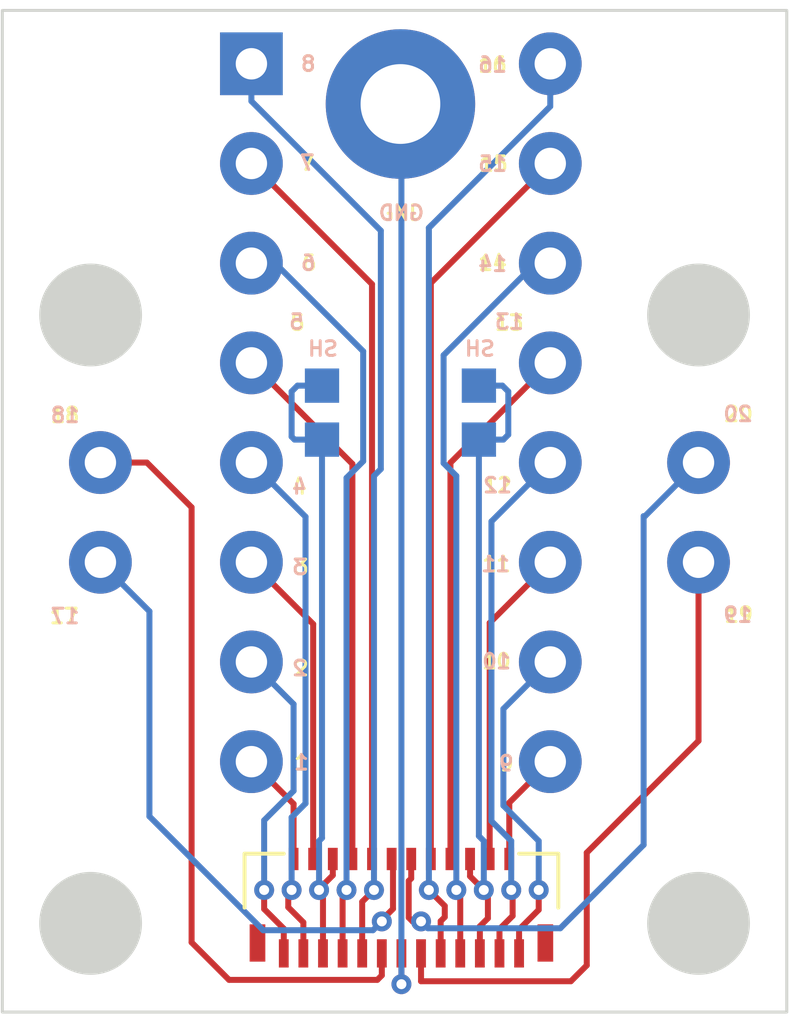
<source format=kicad_pcb>
(kicad_pcb (version 20211014) (generator pcbnew)
  (title_block (comment 1 "Board keepout approximately 18mil") (comment 2 "Board width approximately .4in") (comment 3 "Board length approximately 1.0047in"))
  (layers (0 "F.Cu" signal) (31 "B.Cu" signal) (34 "B.Paste" user) (35 "F.Paste" user) (36 "B.SilkS" user "B.Silkscreen") (37 "F.SilkS" user "F.Silkscreen") (38 "B.Mask" user) (39 "F.Mask" user) (44 "Edge.Cuts" user))
  (net 0 "")
  (net 1 "Net-(U1-Pad1)")
  (net 2 "Net-(U1-Pad2)")
  (net 3 "3")
  (net 4 "Net-(U1-Pad4)")
  (net 5 "5")
  (net 6 "Net-(U1-Pad6)")
  (net 7 "7")
  (net 8 "Net-(U1-Pad8)")
  (net 9 "Net-(U1-Pad9)")
  (net 10 "11")
  (net 11 "Net-(U1-Pad12)")
  (net 12 "13")
  (net 13 "Net-(U1-Pad14)")
  (net 14 "15")
  (net 15 "Net-(U1-Pad16)")
  (net 16 "Net-(U1-Pad17)")
  (net 17 "18")
  (net 18 "Net-(U1-Pad20)")
  (net 19 "21")
  (net 20 "23")
  (net 21 "GND")
  (net 22 "Net-(U1-Pad10)")
  (net 23 "19")
  (footprint "calorimeter_fp:custom DIP 20_version2" (layer "F.Cu") (at 147.8 108.2)
    (fp_text reference "U1" hide)
    (fp_text value "DIP20_custom")
    (fp_rect (start -10.25 -10.25969) (end 9.75 15.25969) (layer "Edge.Cuts") (width 0.0762) (fill none))
    (fp_circle (center -8 -2.5) (end -6.75 -2.5) (layer "Edge.Cuts") (width 0.12) (fill solid))
    (fp_circle (center 7.5 13) (end 8.75 13) (layer "Edge.Cuts") (width 0.12) (fill solid))
    (fp_circle (center -8 13) (end -6.75 13) (layer "Edge.Cuts") (width 0.12) (fill solid))
    (fp_circle (center 7.5 -2.5) (end 8.75 -2.5) (layer "Edge.Cuts") (width 0.12) (fill solid))
    (pad "1" thru_hole oval (at -3.9 8.88) (size 1.6 1.6) (drill 0.8) (layers *.Cu "F.Mask") (net 1 "Net-(U1-Pad1)"))
    (pad "2" thru_hole oval (at -3.9 6.34) (size 1.6 1.6) (drill 0.8) (layers *.Cu "F.Mask") (net 2 "Net-(U1-Pad2)"))
    (pad "3" thru_hole oval (at -3.9 3.8) (size 1.6 1.6) (drill 0.8) (layers *.Cu "F.Mask") (net 3 "3"))
    (pad "4" thru_hole oval (at -3.9 1.26) (size 1.6 1.6) (drill 0.8) (layers *.Cu "F.Mask") (net 4 "Net-(U1-Pad4)"))
    (pad "5" thru_hole oval (at -3.9 -1.28) (size 1.6 1.6) (drill 0.8) (layers *.Cu "F.Mask") (net 5 "5"))
    (pad "6" thru_hole oval (at -3.9 -3.82) (size 1.6 1.6) (drill 0.8) (layers *.Cu "F.Mask") (net 6 "Net-(U1-Pad6)"))
    (pad "7" thru_hole oval (at -3.9 -6.36) (size 1.6 1.6) (drill 0.8) (layers *.Cu "F.Mask") (net 7 "7"))
    (pad "8" thru_hole rect (at -3.9 -8.9) (size 1.6 1.6) (drill 0.8) (layers *.Cu "F.Mask") (net 8 "Net-(U1-Pad8)"))
    (pad "9" thru_hole oval (at 3.72 8.88) (size 1.6 1.6) (drill 0.8) (layers *.Cu "F.Mask") (net 9 "Net-(U1-Pad9)"))
    (pad "10" thru_hole oval (at 3.72 6.34) (size 1.6 1.6) (drill 0.8) (layers *.Cu "F.Mask") (net 22 "Net-(U1-Pad10)"))
    (pad "11" thru_hole oval (at 3.72 3.8) (size 1.6 1.6) (drill 0.8) (layers *.Cu "F.Mask") (net 10 "11"))
    (pad "12" thru_hole oval (at 3.72 1.26) (size 1.6 1.6) (drill 0.8) (layers *.Cu "F.Mask") (net 11 "Net-(U1-Pad12)"))
    (pad "13" thru_hole oval (at 3.72 -1.28) (size 1.6 1.6) (drill 0.8) (layers *.Cu "F.Mask") (net 12 "13"))
    (pad "14" thru_hole oval (at 3.72 -3.82) (size 1.6 1.6) (drill 0.8) (layers *.Cu "F.Mask") (net 13 "Net-(U1-Pad14)"))
    (pad "15" thru_hole oval (at 3.72 -6.36) (size 1.6 1.6) (drill 0.8) (layers *.Cu "F.Mask") (net 14 "15"))
    (pad "16" thru_hole oval (at 3.72 -8.9) (size 1.6 1.6) (drill 0.8) (layers *.Cu "F.Mask") (net 15 "Net-(U1-Pad16)"))
    (pad "17" thru_hole oval (at -7.75 3.8) (size 1.6 1.6) (drill 0.8) (layers *.Cu "F.Mask") (net 16 "Net-(U1-Pad17)"))
    (pad "18" thru_hole oval (at -7.75 1.26) (size 1.6 1.6) (drill 0.8) (layers *.Cu "F.Mask") (net 17 "18"))
    (pad "19" thru_hole oval (at 7.5 3.8) (size 1.6 1.6) (drill 0.8) (layers *.Cu "F.Mask") (net 23 "19"))
    (pad "20" thru_hole oval (at 7.5 1.26) (size 1.6 1.6) (drill 0.8) (layers *.Cu "F.Mask") (net 18 "Net-(U1-Pad20)"))
    (pad "21" smd rect (at -2.1 0.675) (size 0.87376 0.87376) (layers "B.Cu" "B.Paste" "B.Mask") (net 19 "21"))
    (pad "22" smd rect (at -2.1 -0.7) (size 0.87376 0.87376) (layers "B.Cu" "B.Paste" "B.Mask") (net 19 "21"))
    (pad "23" smd rect (at 1.9 0.675) (size 0.87376 0.87376) (layers "B.Cu" "B.Paste" "B.Mask") (net 20 "23"))
    (pad "24" smd rect (at 1.9 -0.7) (size 0.87376 0.87376) (layers "B.Cu" "B.Paste" "B.Mask") (net 20 "23"))
  )
  (footprint "calorimeter_fp:rb_rotator" (layer "F.Cu") (at 147.725 120.8)
    (fp_text reference "U2" hide)
    (fp_text value "rb_rotator" hide)
    (fp_line (start 4 -1.375) (end 3 -1.375) (layer "F.SilkS") (width 0.1))
    (fp_line (start -3 -1.375) (end -4 -1.375) (layer "F.SilkS") (width 0.1))
    (fp_line (start -4 -1.375) (end -4 0) (layer "F.SilkS") (width 0.1))
    (fp_line (start 4 0) (end 4 -1.375) (layer "F.SilkS") (width 0.1))
    (pad "1" smd rect (at -2.75 -1.24) (size 0.25 0.57) (layers "F.Cu" "F.Paste" "F.Mask") (net 1 "Net-(U1-Pad1)"))
    (pad "2" smd rect (at -3 1.165) (size 0.25 0.72) (layers "F.Cu" "F.Paste" "F.Mask") (net 2 "Net-(U1-Pad2)"))
    (pad "3" smd rect (at -2.25 -1.24) (size 0.25 0.57) (layers "F.Cu" "F.Paste" "F.Mask") (net 3 "3"))
    (pad "4" smd rect (at -2.5 1.165) (size 0.25 0.72) (layers "F.Cu" "F.Paste" "F.Mask") (net 4 "Net-(U1-Pad4)"))
    (pad "5" smd rect (at -1.25 -1.24) (size 0.25 0.57) (layers "F.Cu" "F.Paste" "F.Mask") (net 5 "5"))
    (pad "6" smd rect (at -1.5 1.165) (size 0.25 0.72) (layers "F.Cu" "F.Paste" "F.Mask") (net 6 "Net-(U1-Pad6)"))
    (pad "7" smd rect (at -0.75 -1.24) (size 0.25 0.57) (layers "F.Cu" "F.Paste" "F.Mask") (net 7 "7"))
    (pad "8" smd rect (at -1 1.165) (size 0.25 0.72) (layers "F.Cu" "F.Paste" "F.Mask") (net 8 "Net-(U1-Pad8)"))
    (pad "9" smd rect (at 2.75 -1.24) (size 0.25 0.57) (layers "F.Cu" "F.Paste" "F.Mask") (net 9 "Net-(U1-Pad9)"))
    (pad "10" smd rect (at 3 1.165) (size 0.25 0.72) (layers "F.Cu" "F.Paste" "F.Mask") (net 22 "Net-(U1-Pad10)"))
    (pad "11" smd rect (at 2.25 -1.24) (size 0.25 0.57) (layers "F.Cu" "F.Paste" "F.Mask") (net 10 "11"))
    (pad "12" smd rect (at 2.5 1.165) (size 0.25 0.72) (layers "F.Cu" "F.Paste" "F.Mask") (net 11 "Net-(U1-Pad12)"))
    (pad "13" smd rect (at 1.25 -1.24) (size 0.25 0.57) (layers "F.Cu" "F.Paste" "F.Mask") (net 12 "13"))
    (pad "14" smd rect (at 1.5 1.165) (size 0.25 0.72) (layers "F.Cu" "F.Paste" "F.Mask") (net 13 "Net-(U1-Pad14)"))
    (pad "15" smd rect (at 0.75 -1.24) (size 0.25 0.57) (layers "F.Cu" "F.Paste" "F.Mask") (net 14 "15"))
    (pad "16" smd rect (at 1 1.165) (size 0.25 0.72) (layers "F.Cu" "F.Paste" "F.Mask") (net 15 "Net-(U1-Pad16)"))
    (pad "17" smd rect (at -0.25 -1.24) (size 0.25 0.57) (layers "F.Cu" "F.Paste" "F.Mask") (net 16 "Net-(U1-Pad17)"))
    (pad "18" smd rect (at -0.5 1.165) (size 0.25 0.72) (layers "F.Cu" "F.Paste" "F.Mask") (net 17 "18"))
    (pad "19" smd rect (at 0.5 1.165) (size 0.25 0.72) (layers "F.Cu" "F.Paste" "F.Mask") (net 23 "19"))
    (pad "20" smd rect (at 0.25 -1.24) (size 0.25 0.57) (layers "F.Cu" "F.Paste" "F.Mask") (net 18 "Net-(U1-Pad20)"))
    (pad "21" smd rect (at -1.75 -1.24) (size 0.25 0.57) (layers "F.Cu" "F.Paste" "F.Mask") (net 19 "21"))
    (pad "22" smd rect (at -2 1.165) (size 0.25 0.72) (layers "F.Cu" "F.Paste" "F.Mask") (net 19 "21"))
    (pad "23" smd rect (at 1.75 -1.24) (size 0.25 0.57) (layers "F.Cu" "F.Paste" "F.Mask") (net 20 "23"))
    (pad "24" smd rect (at 2 1.165) (size 0.25 0.72) (layers "F.Cu" "F.Paste" "F.Mask") (net 20 "23"))
    (pad "25" smd rect (at 0 1.165) (size 0.25 0.72) (layers "F.Cu" "F.Paste" "F.Mask") (net 21 "GND"))
    (pad "MP1" smd rect (at 3.67 0.9) (size 0.4 0.95) (layers "F.Cu" "F.Paste" "F.Mask"))
    (pad "MP2" smd rect (at -3.67 0.9) (size 0.4 0.95) (layers "F.Cu" "F.Paste" "F.Mask"))
  )
  (gr_text "SH" (at 145.725 106.56) (layer "B.SilkS") (effects (font (size 0.375 0.375) (thickness 0.075)) (justify mirror)))
  (gr_text "1" (at 145.175 117.1) (layer "B.SilkS") (effects (font (size 0.375 0.375) (thickness 0.075)) (justify mirror)))
  (gr_text "16" (at 150.05 99.325) (layer "B.SilkS") (effects (font (size 0.375 0.375) (thickness 0.075)) (justify mirror)))
  (gr_text "15" (at 150.05 101.85) (layer "B.SilkS") (effects (font (size 0.375 0.375) (thickness 0.075)) (justify mirror)))
  (gr_text "11" (at 150.125 112.05) (layer "B.SilkS") (effects (font (size 0.375 0.375) (thickness 0.075)) (justify mirror)))
  (gr_text "7" (at 145.325 101.825) (layer "B.SilkS") (effects (font (size 0.375 0.375) (thickness 0.075)) (justify mirror)))
  (gr_text "20" (at 156.3 108.225) (layer "B.SilkS") (effects (font (size 0.375 0.375) (thickness 0.075)) (justify mirror)))
  (gr_text "6" (at 145.35 104.375) (layer "B.SilkS") (effects (font (size 0.375 0.375) (thickness 0.075)) (justify mirror)))
  (gr_text "9" (at 150.4 117.125) (layer "B.SilkS") (effects (font (size 0.375 0.375) (thickness 0.075)) (justify mirror)))
  (gr_text "19" (at 156.3 113.34) (layer "B.SilkS") (effects (font (size 0.375 0.375) (thickness 0.075)) (justify mirror)))
  (gr_text "13" (at 150.475 105.875) (layer "B.SilkS") (effects (font (size 0.375 0.375) (thickness 0.075)) (justify mirror)))
  (gr_text "14" (at 150.05 104.4) (layer "B.SilkS") (effects (font (size 0.375 0.375) (thickness 0.075)) (justify mirror)))
  (gr_text "SH" (at 149.725 106.56) (layer "B.SilkS") (effects (font (size 0.375 0.375) (thickness 0.075)) (justify mirror)))
  (gr_text "GND" (at 147.725 103.1) (layer "B.SilkS") (effects (font (size 0.375 0.375) (thickness 0.075)) (justify mirror)))
  (gr_text "2" (at 145.125 114.7) (layer "B.SilkS") (effects (font (size 0.375 0.375) (thickness 0.075)) (justify mirror)))
  (gr_text "10" (at 150.15 114.525) (layer "B.SilkS") (effects (font (size 0.375 0.375) (thickness 0.075)) (justify mirror)))
  (gr_text "18" (at 139.15 108.25) (layer "B.SilkS") (effects (font (size 0.375 0.375) (thickness 0.075)) (justify mirror)))
  (gr_text "8" (at 145.35 99.3) (layer "B.SilkS") (effects (font (size 0.375 0.375) (thickness 0.075)) (justify mirror)))
  (gr_text "17" (at 139.15 113.375) (layer "B.SilkS") (effects (font (size 0.375 0.375) (thickness 0.075)) (justify mirror)))
  (gr_text "4" (at 145.125 110.075) (layer "B.SilkS") (effects (font (size 0.375 0.375) (thickness 0.075)) (justify mirror)))
  (gr_text "5" (at 145.05 105.875) (layer "B.SilkS") (effects (font (size 0.375 0.375) (thickness 0.075)) (justify mirror)))
  (gr_text "3" (at 145.125 112.125) (layer "B.SilkS") (effects (font (size 0.375 0.375) (thickness 0.075)) (justify mirror)))
  (gr_text "12" (at 150.175 110.04) (layer "B.SilkS") (effects (font (size 0.375 0.375) (thickness 0.075)) (justify mirror)))
  (gr_text "11" (at 150.15 112.05) (layer "F.SilkS") (effects (font (size 0.375 0.375) (thickness 0.075))))
  (gr_text "17" (at 139.125 113.375) (layer "F.SilkS") (effects (font (size 0.375 0.375) (thickness 0.075))))
  (gr_text "12" (at 150.175 110.04) (layer "F.SilkS") (effects (font (size 0.375 0.375) (thickness 0.075))))
  (gr_text "8" (at 145.35 99.3) (layer "F.SilkS") (effects (font (size 0.375 0.375) (thickness 0.075))))
  (gr_text "20" (at 156.325 108.225) (layer "F.SilkS") (effects (font (size 0.375 0.375) (thickness 0.075))))
  (gr_text "18" (at 139.15 108.25) (layer "F.SilkS") (effects (font (size 0.375 0.375) (thickness 0.075))))
  (gr_text "GND" (at 147.725 103.1) (layer "F.SilkS") (effects (font (size 0.375 0.375) (thickness 0.075))))
  (gr_text "13" (at 150.475 105.9) (layer "F.SilkS") (effects (font (size 0.375 0.375) (thickness 0.075))))
  (gr_text "7" (at 145.325 101.825) (layer "F.SilkS") (effects (font (size 0.375 0.375) (thickness 0.075))))
  (gr_text "9" (at 150.4 117.125) (layer "F.SilkS") (effects (font (size 0.375 0.375) (thickness 0.075))))
  (gr_text "4" (at 145.125 110.075) (layer "F.SilkS") (effects (font (size 0.375 0.375) (thickness 0.075))))
  (gr_text "1" (at 145.175 117.1) (layer "F.SilkS") (effects (font (size 0.375 0.375) (thickness 0.075))))
  (gr_text "3" (at 145.175 112.125) (layer "F.SilkS") (effects (font (size 0.375 0.375) (thickness 0.075))))
  (gr_text "10" (at 150.15 114.525) (layer "F.SilkS") (effects (font (size 0.375 0.375) (thickness 0.075))))
  (gr_text "15" (at 150.075 101.85) (layer "F.SilkS") (effects (font (size 0.375 0.375) (thickness 0.075))))
  (gr_text "14" (at 150.05 104.375) (layer "F.SilkS") (effects (font (size 0.375 0.375) (thickness 0.075))))
  (gr_text "2" (at 145.175 114.7) (layer "F.SilkS") (effects (font (size 0.375 0.375) (thickness 0.075))))
  (gr_text "6" (at 145.375 104.375) (layer "F.SilkS") (effects (font (size 0.375 0.375) (thickness 0.075))))
  (gr_text "19" (at 156.325 113.34) (layer "F.SilkS") (effects (font (size 0.375 0.375) (thickness 0.075))))
  (gr_text "5" (at 145.075 105.9) (layer "F.SilkS") (effects (font (size 0.375 0.375) (thickness 0.075))))
  (gr_text "16" (at 150.05 99.325) (layer "F.SilkS") (effects (font (size 0.375 0.375) (thickness 0.075))))
  (segment (start 144.975 118.155) (end 144.975 119.56) (width 0.1524) (layer "F.Cu") (net 1))
  (segment (start 144.975 118.155) (end 143.9 117.08) (width 0.1524) (layer "F.Cu") (net 1))
  (segment (start 144.725 121.965) (end 144.725 121.335) (width 0.1524) (layer "F.Cu") (net 2))
  (segment (start 144.725 121.335) (end 144.225 120.835) (width 0.1524) (layer "F.Cu") (net 2))
  (segment (start 144.225 120.835) (end 144.225 120.35) (width 0.1524) (layer "F.Cu") (net 2))
  (via (at 144.225 120.35) (size 0.508) (drill 0.254) (layers "F.Cu" "B.Cu") (net 2))
  (segment (start 144.225 118.575) (end 144.975 117.825) (width 0.1524) (layer "B.Cu") (net 2))
  (segment (start 144.225 120.35) (end 144.225 118.575) (width 0.1524) (layer "B.Cu") (net 2))
  (segment (start 144.975 115.615) (end 143.9 114.54) (width 0.1524) (layer "B.Cu") (net 2))
  (segment (start 144.975 117.825) (end 144.975 115.615) (width 0.1524) (layer "B.Cu") (net 2))
  (segment (start 145.475 113.575) (end 143.9 112) (width 0.1524) (layer "F.Cu") (net 3))
  (segment (start 145.475 119.56) (end 145.475 113.575) (width 0.1524) (layer "F.Cu") (net 3))
  (segment (start 144.84 120.79) (end 144.84 120.435) (width 0.1524) (layer "F.Cu") (net 4))
  (segment (start 144.84 120.435) (end 144.925 120.35) (width 0.1524) (layer "F.Cu") (net 4))
  (segment (start 145.225 121.965) (end 145.225 121.175) (width 0.1524) (layer "F.Cu") (net 4))
  (segment (start 145.225 121.175) (end 144.84 120.79) (width 0.1524) (layer "F.Cu") (net 4))
  (via (at 144.925 120.35) (size 0.508) (drill 0.254) (layers "F.Cu" "B.Cu") (net 4))
  (segment (start 145.2798 118.1452) (end 145.2798 110.8398) (width 0.1524) (layer "B.Cu") (net 4))
  (segment (start 145.2798 110.8398) (end 143.9 109.46) (width 0.1524) (layer "B.Cu") (net 4))
  (segment (start 144.925 118.5) (end 145.2798 118.1452) (width 0.1524) (layer "B.Cu") (net 4))
  (segment (start 144.925 120.35) (end 144.925 118.5) (width 0.1524) (layer "B.Cu") (net 4))
  (segment (start 146.475 119.735) (end 146.475 109.495) (width 0.1524) (layer "F.Cu") (net 5))
  (segment (start 146.475 109.495) (end 143.9 106.92) (width 0.1524) (layer "F.Cu") (net 5))
  (segment (start 146.225 120.45) (end 146.325 120.35) (width 0.1524) (layer "F.Cu") (net 6))
  (segment (start 146.225 121.965) (end 146.225 120.45) (width 0.1524) (layer "F.Cu") (net 6))
  (via (at 146.325 120.35) (size 0.508) (drill 0.254) (layers "F.Cu" "B.Cu") (net 6))
  (segment (start 146.325 120.35) (end 146.325 109.85) (width 0.1524) (layer "B.Cu") (net 6))
  (segment (start 146.75 109.425) (end 146.75 106.625) (width 0.1524) (layer "B.Cu") (net 6))
  (segment (start 144.505 104.38) (end 143.9 104.38) (width 0.1524) (layer "B.Cu") (net 6))
  (segment (start 146.75 106.625) (end 144.505 104.38) (width 0.1524) (layer "B.Cu") (net 6))
  (segment (start 146.325 109.85) (end 146.75 109.425) (width 0.1524) (layer "B.Cu") (net 6))
  (segment (start 146.975 104.915) (end 143.9 101.84) (width 0.1524) (layer "F.Cu") (net 7))
  (segment (start 146.975 119.735) (end 146.975 104.915) (width 0.1524) (layer "F.Cu") (net 7))
  (segment (start 146.725 120.65) (end 147.025 120.35) (width 0.1524) (layer "F.Cu") (net 8))
  (segment (start 146.725 122.14) (end 146.725 120.65) (width 0.1524) (layer "F.Cu") (net 8))
  (via (at 147.025 120.35) (size 0.508) (drill 0.254) (layers "F.Cu" "B.Cu") (net 8))
  (segment (start 147.2 109.625) (end 147.2 103.5524) (width 0.1524) (layer "B.Cu") (net 8))
  (segment (start 147.2 103.5524) (end 143.9 100.2524) (width 0.1524) (layer "B.Cu") (net 8))
  (segment (start 143.9 100.2524) (end 143.9 99.3) (width 0.1524) (layer "B.Cu") (net 8))
  (segment (start 147.025 120.525) (end 147.025 109.8) (width 0.1524) (layer "B.Cu") (net 8))
  (segment (start 147.025 109.8) (end 147.2 109.625) (width 0.1524) (layer "B.Cu") (net 8))
  (segment (start 150.475 119.735) (end 150.475 118.125) (width 0.1524) (layer "F.Cu") (net 9))
  (segment (start 150.475 118.125) (end 151.52 117.08) (width 0.1524) (layer "F.Cu") (net 9))
  (segment (start 149.975 119.735) (end 149.975 113.545) (width 0.1524) (layer "F.Cu") (net 10))
  (segment (start 149.975 113.545) (end 151.52 112) (width 0.1524) (layer "F.Cu") (net 10))
  (segment (start 150.56 121.01) (end 150.56 120.385) (width 0.1524) (layer "F.Cu") (net 11))
  (segment (start 150.225 121.965) (end 150.225 121.345) (width 0.1524) (layer "F.Cu") (net 11))
  (segment (start 150.56 120.385) (end 150.525 120.35) (width 0.1524) (layer "F.Cu") (net 11))
  (segment (start 150.225 121.345) (end 150.56 121.01) (width 0.1524) (layer "F.Cu") (net 11))
  (via (at 150.525 120.35) (size 0.508) (drill 0.254) (layers "F.Cu" "B.Cu") (net 11))
  (segment (start 150.525 119.1) (end 150.0202 118.5952) (width 0.1524) (layer "B.Cu") (net 11))
  (segment (start 150.0202 118.5952) (end 150.0202 110.9598) (width 0.1524) (layer "B.Cu") (net 11))
  (segment (start 150.0202 110.9598) (end 151.52 109.46) (width 0.1524) (layer "B.Cu") (net 11))
  (segment (start 150.525 119.1) (end 150.525 120.35) (width 0.1524) (layer "B.Cu") (net 11))
  (segment (start 148.975 109.465) (end 151.52 106.92) (width 0.1524) (layer "F.Cu") (net 12))
  (segment (start 148.975 119.56) (end 148.975 109.465) (width 0.1524) (layer "F.Cu") (net 12))
  (segment (start 149.225 121.965) (end 149.225 120.45) (width 0.1524) (layer "F.Cu") (net 13))
  (segment (start 149.225 120.45) (end 149.125 120.35) (width 0.1524) (layer "F.Cu") (net 13))
  (via (at 149.125 120.35) (size 0.508) (drill 0.254) (layers "F.Cu" "B.Cu") (net 13))
  (segment (start 149.125 109.8) (end 148.8 109.475) (width 0.1524) (layer "B.Cu") (net 13))
  (segment (start 149.125 120.35) (end 149.125 109.8) (width 0.1524) (layer "B.Cu") (net 13))
  (segment (start 148.8 109.475) (end 148.8 106.725) (width 0.1524) (layer "B.Cu") (net 13))
  (segment (start 151.145 104.38) (end 151.52 104.38) (width 0.1524) (layer "B.Cu") (net 13))
  (segment (start 148.8 106.725) (end 151.145 104.38) (width 0.1524) (layer "B.Cu") (net 13))
  (segment (start 148.475 104.885) (end 151.52 101.84) (width 0.1524) (layer "F.Cu") (net 14))
  (segment (start 148.475 119.56) (end 148.475 104.885) (width 0.1524) (layer "F.Cu") (net 14))
  (segment (start 148.83 121.04) (end 148.83 120.755) (width 0.1524) (layer "F.Cu") (net 15))
  (segment (start 148.725 121.145) (end 148.83 121.04) (width 0.1524) (layer "F.Cu") (net 15))
  (segment (start 148.725 121.965) (end 148.725 121.145) (width 0.1524) (layer "F.Cu") (net 15))
  (segment (start 148.83 120.755) (end 148.425 120.35) (width 0.1524) (layer "F.Cu") (net 15))
  (via (at 148.425 120.35) (size 0.508) (drill 0.254) (layers "F.Cu" "B.Cu") (net 15))
  (segment (start 151.52 100.385339) (end 151.52 99.3) (width 0.1524) (layer "B.Cu") (net 15))
  (segment (start 148.425 103.48034) (end 148.49267 103.41267) (width 0.1524) (layer "B.Cu") (net 15))
  (segment (start 148.425 120.35) (end 148.425 103.48034) (width 0.1524) (layer "B.Cu") (net 15))
  (segment (start 148.49267 103.41267) (end 151.52 100.385339) (width 0.1524) (layer "B.Cu") (net 15))
  (segment (start 148.425 103.480339) (end 148.49267 103.41267) (width 0.1524) (layer "B.Cu") (net 15))
  (segment (start 147.225 121.115) (end 147.51 120.83) (width 0.1524) (layer "F.Cu") (net 16))
  (segment (start 147.51 120.83) (end 147.51 119.595) (width 0.1524) (layer "F.Cu") (net 16))
  (segment (start 147.51 119.595) (end 147.475 119.56) (width 0.1524) (layer "F.Cu") (net 16))
  (segment (start 147.225 121.15) (end 147.225 121.115) (width 0.1524) (layer "F.Cu") (net 16))
  (via (at 147.225 121.15) (size 0.508) (drill 0.254) (layers "F.Cu" "B.Cu") (net 16))
  (segment (start 147 121.375) (end 144.2 121.375) (width 0.1524) (layer "B.Cu") (net 16))
  (segment (start 141.3 118.475) (end 141.3 113.25) (width 0.1524) (layer "B.Cu") (net 16))
  (segment (start 144.2 121.375) (end 141.3 118.475) (width 0.1524) (layer "B.Cu") (net 16))
  (segment (start 141.3 113.25) (end 140.05 112) (width 0.1524) (layer "B.Cu") (net 16))
  (segment (start 147.225 121.15) (end 147 121.375) (width 0.1524) (layer "B.Cu") (net 16))
  (segment (start 142.375 121.685) (end 142.375 110.6) (width 0.1524) (layer "F.Cu") (net 17))
  (segment (start 147.225 122.525) (end 147.11 122.64) (width 0.1524) (layer "F.Cu") (net 17))
  (segment (start 143.33 122.64) (end 142.375 121.685) (width 0.1524) (layer "F.Cu") (net 17))
  (segment (start 141.235 109.46) (end 140.05 109.46) (width 0.1524) (layer "F.Cu") (net 17))
  (segment (start 142.375 110.6) (end 141.235 109.46) (width 0.1524) (layer "F.Cu") (net 17))
  (segment (start 147.225 121.965) (end 147.225 122.525) (width 0.1524) (layer "F.Cu") (net 17))
  (segment (start 147.11 122.64) (end 143.33 122.64) (width 0.1524) (layer "F.Cu") (net 17))
  (segment (start 148.225 121.15) (end 148.008548 121.15) (width 0.1524) (layer "F.Cu") (net 18))
  (segment (start 147.91 120.12) (end 147.975 120.055) (width 0.1524) (layer "F.Cu") (net 18))
  (segment (start 148.008548 121.15) (end 147.91 121.051452) (width 0.1524) (layer "F.Cu") (net 18))
  (segment (start 147.91 121.051452) (end 147.91 120.12) (width 0.1524) (layer "F.Cu") (net 18))
  (segment (start 147.975 120.055) (end 147.975 119.56) (width 0.1524) (layer "F.Cu") (net 18))
  (via (at 148.225 121.15) (size 0.508) (drill 0.254) (layers "F.Cu" "B.Cu") (net 18))
  (segment (start 151.775 121.325) (end 153.9 119.2) (width 0.1524) (layer "B.Cu") (net 18))
  (segment (start 153.935 110.825) (end 155.3 109.46) (width 0.1524) (layer "B.Cu") (net 18))
  (segment (start 148.225 121.15) (end 148.4 121.325) (width 0.1524) (layer "B.Cu") (net 18))
  (segment (start 153.9 110.825) (end 153.935 110.825) (width 0.1524) (layer "B.Cu") (net 18))
  (segment (start 153.9 119.2) (end 153.9 110.825) (width 0.1524) (layer "B.Cu") (net 18))
  (segment (start 148.4 121.325) (end 151.775 121.325) (width 0.1524) (layer "B.Cu") (net 18))
  (segment (start 145.625 120.325) (end 145.975 119.975) (width 0.1524) (layer "F.Cu") (net 19))
  (segment (start 145.725 120.45) (end 145.625 120.35) (width 0.1524) (layer "F.Cu") (net 19))
  (segment (start 145.725 121.965) (end 145.725 120.45) (width 0.1524) (layer "F.Cu") (net 19))
  (segment (start 145.975 119.975) (end 145.975 119.56) (width 0.1524) (layer "F.Cu") (net 19))
  (segment (start 145.625 120.35) (end 145.625 120.325) (width 0.1524) (layer "F.Cu") (net 19))
  (via (at 145.625 120.35) (size 0.508) (drill 0.254) (layers "F.Cu" "B.Cu") (net 19))
  (segment (start 145.075 107.5) (end 145.7 107.5) (width 0.1524) (layer "B.Cu") (net 19))
  (segment (start 144.925 107.65) (end 145.075 107.5) (width 0.1524) (layer "B.Cu") (net 19))
  (segment (start 145 108.875) (end 144.925 108.8) (width 0.1524) (layer "B.Cu") (net 19))
  (segment (start 145.7 108.875) (end 145 108.875) (width 0.1524) (layer "B.Cu") (net 19))
  (segment (start 144.925 108.8) (end 144.925 107.65) (width 0.1524) (layer "B.Cu") (net 19))
  (segment (start 145.625 119.1) (end 145.7 119.025) (width 0.1524) (layer "B.Cu") (net 19))
  (segment (start 145.7 119.025) (end 145.7 108.875) (width 0.1524) (layer "B.Cu") (net 19))
  (segment (start 145.625 119.1) (end 145.625 120.35) (width 0.1524) (layer "B.Cu") (net 19))
  (segment (start 149.475 120) (end 149.825 120.35) (width 0.1524) (layer "F.Cu") (net 20))
  (segment (start 149.725 121.965) (end 149.725 121.275) (width 0.1524) (layer "F.Cu") (net 20))
  (segment (start 149.93 120.455) (end 149.825 120.35) (width 0.1524) (layer "F.Cu") (net 20))
  (segment (start 149.93 121.07) (end 149.93 120.455) (width 0.1524) (layer "F.Cu") (net 20))
  (segment (start 149.475 119.56) (end 149.475 120) (width 0.1524) (layer "F.Cu") (net 20))
  (segment (start 149.725 121.275) (end 149.93 121.07) (width 0.1524) (layer "F.Cu") (net 20))
  (via (at 149.825 120.35) (size 0.508) (drill 0.254) (layers "F.Cu" "B.Cu") (net 20))
  (segment (start 149.825 120.35) (end 149.825 119.1) (width 0.1524) (layer "B.Cu") (net 20))
  (segment (start 150.45 108.75) (end 150.45 107.65) (width 0.1524) (layer "B.Cu") (net 20))
  (segment (start 150.325 108.875) (end 150.45 108.75) (width 0.1524) (layer "B.Cu") (net 20))
  (segment (start 150.3 107.5) (end 149.7 107.5) (width 0.1524) (layer "B.Cu") (net 20))
  (segment (start 149.7 118.975) (end 149.825 119.1) (width 0.1524) (layer "B.Cu") (net 20))
  (segment (start 150.45 107.65) (end 150.3 107.5) (width 0.1524) (layer "B.Cu") (net 20))
  (segment (start 149.7 108.875) (end 150.325 108.875) (width 0.1524) (layer "B.Cu") (net 20))
  (segment (start 149.7 118.975) (end 149.7 108.875) (width 0.1524) (layer "B.Cu") (net 20))
  (segment (start 147.725 121.965) (end 147.725 122.75) (width 0.1524) (layer "F.Cu") (net 21))
  (via (at 147.725 122.75) (size 0.508) (drill 0.254) (layers "F.Cu" "B.Cu") (net 21))
  (via (at 147.7 100.325) (size 3.81) (drill 2.032) (layers "F.Cu" "B.Cu") (net 21))
  (segment (start 147.725 122.75) (end 147.725 100.35) (width 0.1524) (layer "B.Cu") (net 21))
  (segment (start 150.725 121.355) (end 151.225 120.855) (width 0.1524) (layer "F.Cu") (net 22))
  (segment (start 150.725 121.965) (end 150.725 121.355) (width 0.1524) (layer "F.Cu") (net 22))
  (segment (start 151.225 120.855) (end 151.225 120.35) (width 0.1524) (layer "F.Cu") (net 22))
  (via (at 151.225 120.35) (size 0.508) (drill 0.254) (layers "F.Cu" "B.Cu") (net 22))
  (segment (start 150.325 115.735) (end 151.52 114.54) (width 0.1524) (layer "B.Cu") (net 22))
  (segment (start 151.225 119.1) (end 151.225 120.35) (width 0.1524) (layer "B.Cu") (net 22))
  (segment (start 151.225 119.1) (end 150.325 118.2) (width 0.1524) (layer "B.Cu") (net 22))
  (segment (start 150.325 118.2) (end 150.325 115.735) (width 0.1524) (layer "B.Cu") (net 22))
  (segment (start 148.225 122.675) (end 152.045 122.675) (width 0.1524) (layer "F.Cu") (net 23))
  (segment (start 148.225 122.14) (end 148.225 122.675) (width 0.1524) (layer "F.Cu") (net 23))
  (segment (start 152.045 122.675) (end 152.45 122.27) (width 0.1524) (layer "F.Cu") (net 23))
  (segment (start 155.3 116.55) (end 155.3 112) (width 0.1524) (layer "F.Cu") (net 23))
  (segment (start 152.45 119.4) (end 155.3 116.55) (width 0.1524) (layer "F.Cu") (net 23))
  (segment (start 152.45 122.27) (end 152.45 119.4) (width 0.1524) (layer "F.Cu") (net 23))
)
</source>
